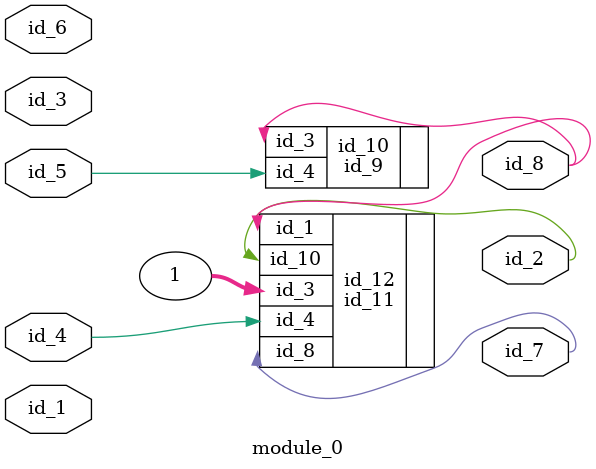
<source format=v>
module module_0 (
    id_1,
    id_2,
    id_3,
    id_4,
    id_5,
    id_6,
    id_7,
    id_8
);
  output id_8;
  output id_7;
  input id_6;
  input id_5;
  input id_4;
  input id_3;
  output id_2;
  input id_1;
  id_9 id_10 (
      .id_3(id_8),
      .id_4(id_5)
  );
  id_11 id_12 (
      .id_1 (id_7),
      .id_4 (id_4),
      .id_8 (id_4),
      .id_10(id_2),
      .id_3 (1),
      .id_1 (id_8),
      .id_8 (id_7)
  );
endmodule

</source>
